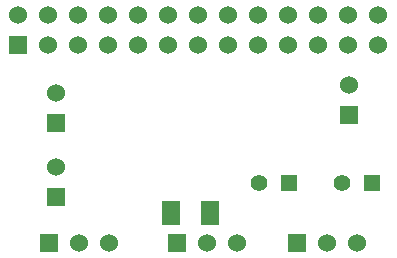
<source format=gbs>
G04 (created by PCBNEW (2013-05-31 BZR 4019)-stable) date 9/28/2014 8:07:40 PM*
%MOIN*%
G04 Gerber Fmt 3.4, Leading zero omitted, Abs format*
%FSLAX34Y34*%
G01*
G70*
G90*
G04 APERTURE LIST*
%ADD10C,0.00590551*%
%ADD11R,0.06X0.06*%
%ADD12C,0.06*%
%ADD13R,0.06X0.08*%
%ADD14R,0.055X0.055*%
%ADD15C,0.055*%
G04 APERTURE END LIST*
G54D10*
G54D11*
X728Y-1917D03*
G54D12*
X728Y-917D03*
X1728Y-1917D03*
X1728Y-917D03*
X2728Y-1917D03*
X2728Y-917D03*
X3728Y-1917D03*
X3728Y-917D03*
X4728Y-1917D03*
X4728Y-917D03*
X5728Y-1917D03*
X5728Y-917D03*
X6728Y-1917D03*
X6728Y-917D03*
X7728Y-1917D03*
X7728Y-917D03*
X8728Y-1917D03*
X8728Y-917D03*
X9728Y-1917D03*
X9728Y-917D03*
X10728Y-1917D03*
X10728Y-917D03*
X11728Y-1917D03*
X11728Y-917D03*
X12728Y-1917D03*
X12728Y-917D03*
G54D11*
X10000Y-8500D03*
G54D12*
X11000Y-8500D03*
X12000Y-8500D03*
G54D11*
X6000Y-8500D03*
G54D12*
X7000Y-8500D03*
X8000Y-8500D03*
G54D11*
X1968Y-4515D03*
G54D12*
X1968Y-3515D03*
G54D11*
X1968Y-6956D03*
G54D12*
X1968Y-5956D03*
G54D11*
X1750Y-8500D03*
G54D12*
X2750Y-8500D03*
X3750Y-8500D03*
G54D11*
X11750Y-4250D03*
G54D12*
X11750Y-3250D03*
G54D13*
X7106Y-7519D03*
X5806Y-7519D03*
G54D14*
X12507Y-6496D03*
G54D15*
X11507Y-6496D03*
G54D14*
X9751Y-6496D03*
G54D15*
X8751Y-6496D03*
M02*

</source>
